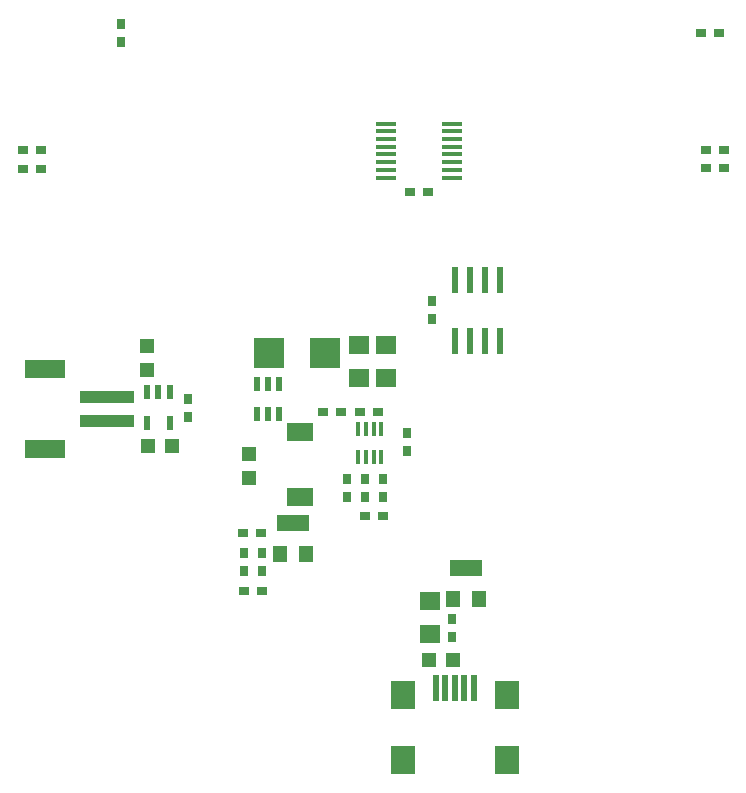
<source format=gtp>
G75*
G70*
%OFA0B0*%
%FSLAX24Y24*%
%IPPOS*%
%LPD*%
%AMOC8*
5,1,8,0,0,1.08239X$1,22.5*
%
%ADD10R,0.0315X0.0354*%
%ADD11R,0.0354X0.0315*%
%ADD12R,0.0217X0.0472*%
%ADD13R,0.0472X0.0512*%
%ADD14R,0.0512X0.0472*%
%ADD15R,0.0787X0.0945*%
%ADD16R,0.0197X0.0909*%
%ADD17R,0.0709X0.0630*%
%ADD18R,0.1102X0.0551*%
%ADD19R,0.0472X0.0551*%
%ADD20R,0.0236X0.0866*%
%ADD21R,0.0160X0.0480*%
%ADD22R,0.1000X0.1000*%
%ADD23R,0.0866X0.0591*%
%ADD24R,0.0200X0.0480*%
%ADD25R,0.0670X0.0140*%
%ADD26R,0.1811X0.0394*%
%ADD27R,0.1339X0.0630*%
D10*
X009050Y008025D03*
X009050Y008625D03*
X009650Y008625D03*
X009650Y008025D03*
X012500Y010475D03*
X013100Y010475D03*
X013100Y011075D03*
X012500Y011075D03*
X013700Y011075D03*
X013700Y010475D03*
X014475Y012025D03*
X014475Y012625D03*
X015325Y016400D03*
X015325Y017000D03*
X007175Y013750D03*
X007175Y013150D03*
X016000Y006400D03*
X016000Y005800D03*
X004950Y025650D03*
X004950Y026250D03*
D11*
X009050Y007350D03*
X009650Y007350D03*
X009625Y009275D03*
X009025Y009275D03*
X013100Y009850D03*
X013700Y009850D03*
X013525Y013325D03*
X012925Y013325D03*
X012275Y013325D03*
X011675Y013325D03*
X014600Y020650D03*
X015200Y020650D03*
X024440Y021430D03*
X025040Y021430D03*
X025040Y022058D03*
X024440Y022058D03*
X024275Y025950D03*
X024875Y025950D03*
X002290Y022053D03*
X001690Y022053D03*
X001690Y021425D03*
X002290Y021425D03*
D12*
X005826Y013962D03*
X006200Y013962D03*
X006574Y013962D03*
X006574Y012938D03*
X005826Y012938D03*
D13*
X005850Y012175D03*
X006650Y012175D03*
X015225Y005050D03*
X016025Y005050D03*
D14*
X009225Y011100D03*
X009225Y011900D03*
X005825Y014725D03*
X005825Y015525D03*
D15*
X014343Y003878D03*
X014343Y001713D03*
X017807Y001713D03*
X017807Y003878D03*
D16*
X016705Y004100D03*
X016390Y004100D03*
X016075Y004100D03*
X015760Y004100D03*
X015445Y004100D03*
D17*
X015250Y005924D03*
X015250Y007026D03*
X013800Y014449D03*
X012900Y014449D03*
X012900Y015551D03*
X013800Y015551D03*
D18*
X010675Y009612D03*
X016450Y008112D03*
D19*
X016017Y007088D03*
X016883Y007088D03*
X011108Y008588D03*
X010242Y008588D03*
D20*
X016075Y015676D03*
X016575Y015676D03*
X017075Y015676D03*
X017575Y015676D03*
X017575Y017724D03*
X017075Y017724D03*
X016575Y017724D03*
X016075Y017724D03*
D21*
X013630Y012755D03*
X013380Y012755D03*
X013120Y012755D03*
X012870Y012755D03*
X012870Y011795D03*
X013120Y011795D03*
X013380Y011795D03*
X013630Y011795D03*
D22*
X011750Y015275D03*
X009900Y015275D03*
D23*
X010925Y012633D03*
X010925Y010467D03*
D24*
X010220Y013260D03*
X009850Y013260D03*
X009480Y013260D03*
X009480Y014240D03*
X009850Y014240D03*
X010220Y014240D03*
D25*
X013800Y021125D03*
X013800Y021385D03*
X013800Y021645D03*
X013800Y021895D03*
X013800Y022155D03*
X013800Y022405D03*
X013800Y022665D03*
X013800Y022925D03*
X016000Y022925D03*
X016000Y022665D03*
X016000Y022405D03*
X016000Y022155D03*
X016000Y021895D03*
X016000Y021645D03*
X016000Y021385D03*
X016000Y021125D03*
D26*
X004482Y013794D03*
X004482Y013006D03*
D27*
X002434Y012061D03*
X002434Y014739D03*
M02*

</source>
